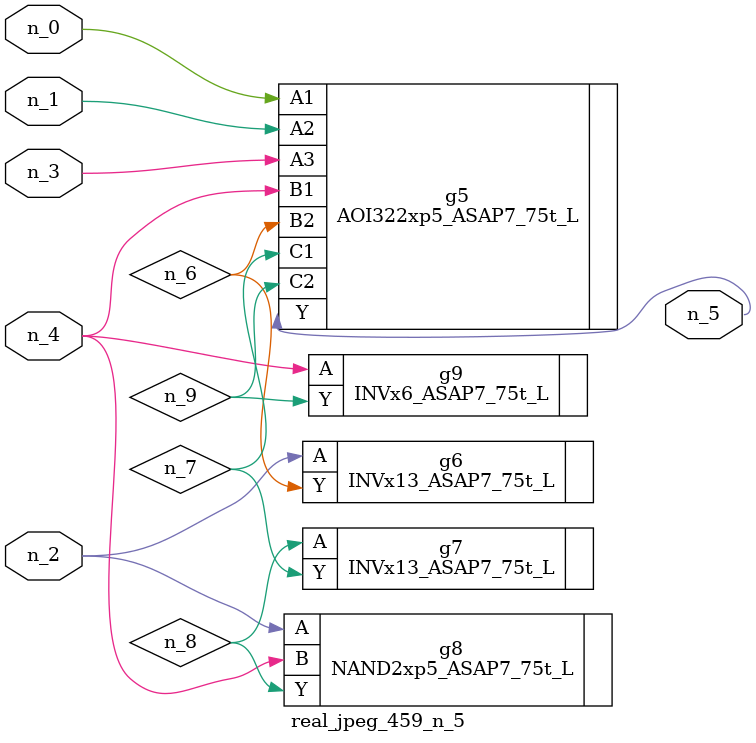
<source format=v>
module real_jpeg_459_n_5 (n_4, n_0, n_1, n_2, n_3, n_5);

input n_4;
input n_0;
input n_1;
input n_2;
input n_3;

output n_5;

wire n_8;
wire n_6;
wire n_7;
wire n_9;

AOI322xp5_ASAP7_75t_L g5 ( 
.A1(n_0),
.A2(n_1),
.A3(n_3),
.B1(n_4),
.B2(n_6),
.C1(n_7),
.C2(n_9),
.Y(n_5)
);

INVx13_ASAP7_75t_L g6 ( 
.A(n_2),
.Y(n_6)
);

NAND2xp5_ASAP7_75t_L g8 ( 
.A(n_2),
.B(n_4),
.Y(n_8)
);

INVx6_ASAP7_75t_L g9 ( 
.A(n_4),
.Y(n_9)
);

INVx13_ASAP7_75t_L g7 ( 
.A(n_8),
.Y(n_7)
);


endmodule
</source>
